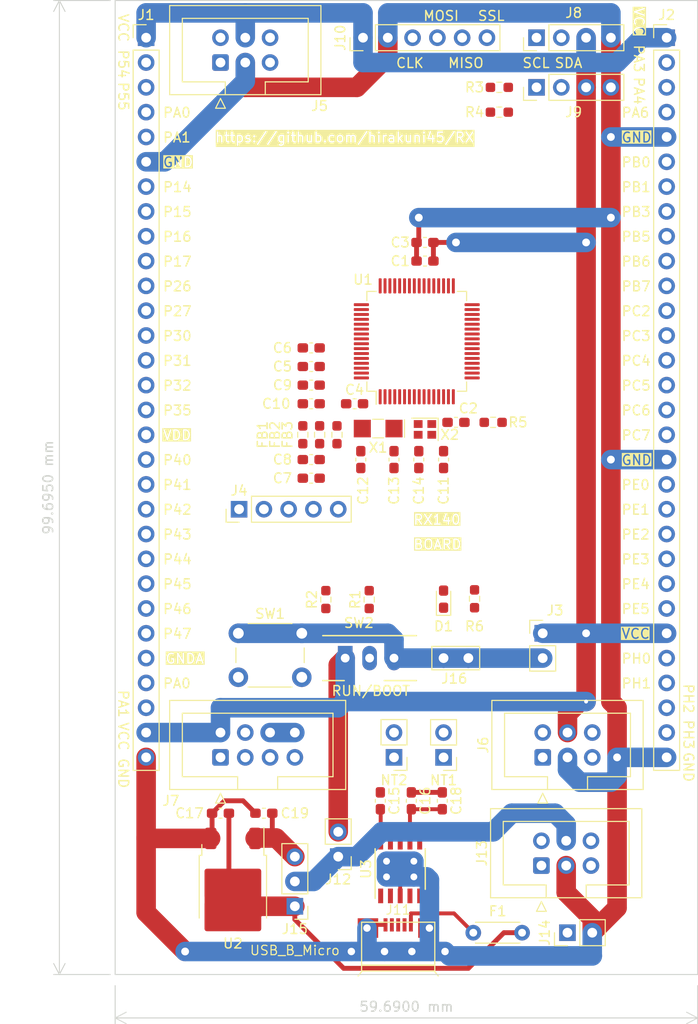
<source format=kicad_pcb>
(kicad_pcb (version 20221018) (generator pcbnew)
  (layers (0 "F.Cu" signal) (31 "B.Cu" signal) (34 "B.Paste" user) (35 "F.Paste" user) (36 "B.SilkS" user "B.Silkscreen") (37 "F.SilkS" user "F.Silkscreen") (38 "B.Mask" user) (39 "F.Mask" user) (44 "Edge.Cuts" user))
  (net 0 "")
  (net 1 "GND")
  (net 2 "VCC")
  (net 3 "Net-(U1B-VCL)")
  (net 4 "VDD")
  (net 5 "GNDA")
  (net 6 "Net-(U1B-VREFH0{slash}PJ6)")
  (net 7 "Net-(U1A-P36{slash}EXTAL)")
  (net 8 "Net-(U1A-PH7{slash}XCIN)")
  (net 9 "Net-(U1A-PH6{slash}XCOUT)")
  (net 10 "Net-(U1A-P37{slash}XTAL)")
  (net 11 "Net-(U3-V3)")
  (net 12 "Net-(J15-Pin_1)")
  (net 13 "Net-(J12-Pin_1)")
  (net 14 "Net-(D1-K)")
  (net 15 "Net-(J11-VBUS)")
  (net 16 "DA0")
  (net 17 "DA1")
  (net 18 "TXD12")
  (net 19 "RXD12")
  (net 20 "{slash}CTS12")
  (net 21 "PE0")
  (net 22 "TXD1")
  (net 23 "RXD1")
  (net 24 "{slash}CTS1")
  (net 25 "{slash}RTS1")
  (net 26 "Net-(J7-Pin_1)")
  (net 27 "Net-(J7-Pin_3)")
  (net 29 "SCL0")
  (net 30 "SDA0")
  (net 31 "RSPCKA")
  (net 32 "MOSIA")
  (net 33 "MISOA")
  (net 34 "SSLA0")
  (net 35 "Net-(J11-D-)")
  (net 36 "Net-(J11-D+)")
  (net 38 "/CH340 Serial USB/RXD")
  (net 39 "/CH340 Serial USB/TXD")
  (net 40 "Net-(J15-Pin_3)")
  (net 41 "Net-(J13-Pin_5)")
  (net 42 "Net-(J13-Pin_6)")
  (net 43 "Net-(J14-Pin_1)")
  (net 44 "Net-(R1-Pad1)")
  (net 45 "NMI")
  (net 46 "LED")
  (net 47 "P32")
  (net 48 "P27")
  (net 49 "PH3")
  (net 50 "PH2")
  (net 51 "PH1")
  (net 52 "PH0")
  (net 53 "P55")
  (net 54 "P54")
  (net 55 "PC3")
  (net 56 "PC2")
  (net 57 "PB7")
  (net 58 "PB6")
  (net 59 "PB5")
  (net 60 "PB3")
  (net 61 "PB1")
  (net 62 "PB0")
  (net 63 "PA6")
  (net 64 "PA4")
  (net 65 "PA3")
  (net 66 "PA1")
  (net 67 "PA0")
  (net 68 "PE5")
  (net 69 "PE4")
  (net 70 "P47")
  (net 71 "P46")
  (net 72 "P45")
  (net 73 "P44")
  (net 74 "P43")
  (net 75 "P42")
  (net 76 "P41")
  (net 77 "P40")
  (footprint "Package_QFP:LQFP-64_10x10mm_P0.5mm" (layer "F.Cu") (at 136.95 109.815 90)
    (fp_text reference "U1")
    (fp_text value "RX140")
  )
  (footprint "Crystal:Crystal_SMD_EuroQuartz_EQ161-2Pin_3.2x1.5mm_HandSoldering" (layer "F.Cu") (at 132.995 118.745 180)
    (fp_text reference "X1")
    (fp_text value "32.768KHz")
  )
  (footprint "TestPoint:TestPoint_Bridge_Pitch2.54mm_Drill1.0mm" (layer "F.Cu") (at 139.7 142.24)
    (fp_text reference "J16")
    (fp_text value "GND")
  )
  (footprint "Connector_PinHeader_2.54mm:PinHeader_1x02_P2.54mm_Vertical" (layer "F.Cu") (at 152.395 170.345 90)
    (fp_text reference "J14")
    (fp_text value "/DTR")
  )
  (footprint "Capacitor_SMD:C_0603_1608Metric_Pad1.08x0.95mm_HandSolder" (layer "F.Cu") (at 140.97 118.11)
    (fp_text reference "C2")
    (fp_text value "0.1uF")
  )
  (footprint "Resistor_SMD:R_0603_1608Metric_Pad0.98x0.95mm_HandSolder" (layer "F.Cu") (at 142.875 136.1675 -90)
    (fp_text reference "R6")
    (fp_text value "1.5K")
  )
  (footprint "Connector_IDC:IDC-Header_2x04_P2.54mm_Vertical" (layer "F.Cu") (at 116.84 152.4 90)
    (fp_text reference "J7")
    (fp_text value "EMU")
  )
  (footprint "Capacitor_SMD:C_0603_1608Metric_Pad1.08x0.95mm_HandSolder" (layer "F.Cu") (at 126.1375 123.825)
    (fp_text reference "C7")
    (fp_text value "0.1uF")
  )
  (footprint "Capacitor_SMD:C_0603_1608Metric_Pad1.08x0.95mm_HandSolder" (layer "F.Cu") (at 116.84 158.115)
    (fp_text reference "C17")
    (fp_text value "0.1uF")
  )
  (footprint "Capacitor_SMD:C_0603_1608Metric_Pad1.08x0.95mm_HandSolder" (layer "F.Cu") (at 137.795 99.695 180)
    (fp_text reference "C3")
    (fp_text value "10uF")
  )
  (footprint "Connector_PinHeader_2.54mm:PinHeader_1x02_P2.54mm_Vertical" (layer "F.Cu") (at 149.86 139.7)
    (fp_text reference "J3")
    (fp_text value "POWER")
  )
  (footprint "Capacitor_SMD:C_0603_1608Metric_Pad1.08x0.95mm_HandSolder" (layer "F.Cu") (at 126.1375 110.49 180)
    (fp_text reference "C6")
    (fp_text value "0.1uF")
  )
  (footprint "Connector_PinHeader_2.54mm:PinHeader_1x02_P2.54mm_Vertical" (layer "F.Cu") (at 134.62 152.4 180)
    (fp_text reference "NT2")
    (fp_text value "TIE_TXD")
  )
  (footprint "Capacitor_SMD:C_0603_1608Metric_Pad1.08x0.95mm_HandSolder" (layer "F.Cu") (at 121.285 158.115)
    (fp_text reference "C19")
    (fp_text value "1uF")
  )
  (footprint "Connector_PinHeader_2.54mm:PinHeader_1x06_P2.54mm_Vertical" (layer "F.Cu") (at 131.445 78.74 90)
    (fp_text reference "J10")
    (fp_text value "RSPI")
  )
  (footprint "Connector_IDC:IDC-Header_2x03_P2.54mm_Vertical" (layer "F.Cu") (at 149.725 163.4775 90)
    (fp_text reference "J13")
    (fp_text value "Serial")
  )
  (footprint "Capacitor_SMD:C_0603_1608Metric_Pad1.08x0.95mm_HandSolder" (layer "F.Cu") (at 134.62 121.92 90)
    (fp_text reference "C13")
    (fp_text value "10pF")
  )
  (footprint "Capacitor_SMD:C_0603_1608Metric_Pad1.08x0.95mm_HandSolder" (layer "F.Cu") (at 139.7 121.92 90)
    (fp_text reference "C11")
    (fp_text value "5pF")
  )
  (footprint "Capacitor_SMD:C_0603_1608Metric_Pad1.08x0.95mm_HandSolder" (layer "F.Cu") (at 137.16 121.92 90)
    (fp_text reference "C14")
    (fp_text value "5pF")
  )
  (footprint "Resistor_SMD:R_0603_1608Metric_Pad0.98x0.95mm_HandSolder" (layer "F.Cu") (at 145.415 83.82)
    (fp_text reference "R3")
    (fp_text value "2K")
  )
  (footprint "Capacitor_SMD:C_0603_1608Metric_Pad1.08x0.95mm_HandSolder" (layer "F.Cu") (at 136.395 156.845 -90)
    (fp_text reference "C16")
    (fp_text value "10uF")
  )
  (footprint "Resistor_SMD:R_0603_1608Metric_Pad0.98x0.95mm_HandSolder" (layer "F.Cu") (at 144.78 118.11)
    (fp_text reference "R5")
    (fp_text value "10K")
  )
  (footprint "Crystal:Crystal_SMD_2016-4Pin_2.0x1.6mm" (layer "F.Cu") (at 137.795 118.83 180)
    (fp_text reference "X2")
    (fp_text value "12MHz")
  )
  (footprint "Resistor_SMD:R_0603_1608Metric_Pad0.98x0.95mm_HandSolder" (layer "F.Cu") (at 127 119.38 -90)
    (fp_text reference "FB2")
    (fp_text value "FB")
  )
  (footprint "Connector_IDC:IDC-Header_2x03_P2.54mm_Vertical" (layer "F.Cu") (at 149.86 152.4 90)
    (fp_text reference "J6")
    (fp_text value "SCI1")
  )
  (footprint "Library:USB_MICRO_B-HIROSE-ZX62R-B-5P" (layer "F.Cu") (at 135.05 173.67)
    (fp_text reference "J11")
    (fp_text value "USB_B_Micro")
  )
  (footprint "Connector_PinHeader_2.54mm:PinHeader_1x03_P2.54mm_Vertical" (layer "F.Cu") (at 124.46 167.64 180)
    (fp_text reference "J15")
    (fp_text value "5/3.3")
  )
  (footprint "LED_SMD:LED_0603_1608Metric_Pad1.05x0.95mm_HandSolder" (layer "F.Cu") (at 139.7 136.205 90)
    (fp_text reference "D1")
    (fp_text value "LED")
  )
  (footprint "Connector_PinHeader_2.54mm:PinHeader_1x02_P2.54mm_Vertical" (layer "F.Cu") (at 139.7 152.405 180)
    (fp_text reference "NT1")
    (fp_text value "TIE_RXD")
  )
  (footprint "Resistor_SMD:R_0603_1608Metric_Pad0.98x0.95mm_HandSolder" (layer "F.Cu") (at 128.778 119.38 -90)
    (fp_text reference "FB3")
    (fp_text value "FB")
  )
  (footprint "Package_TO_SOT_SMD:TO-252-2" (layer "F.Cu") (at 118.11 165.735 -90)
    (fp_text reference "U2")
    (fp_text value "NJU7223DL1-33")
  )
  (footprint "Library:SW_3P_SPDT_Angled" (layer "F.Cu") (at 129.62 142.24)
    (fp_text reference "SW2")
    (fp_text value "RUN/BOOT")
  )
  (footprint "Capacitor_SMD:C_0603_1608Metric_Pad1.08x0.95mm_HandSolder" (layer "F.Cu") (at 130.5825 116.205)
    (fp_text reference "C4")
    (fp_text value "4.7uF")
  )
  (footprint "Capacitor_SMD:C_0603_1608Metric_Pad1.08x0.95mm_HandSolder" (layer "F.Cu") (at 126.1375 121.92)
    (fp_text reference "C8")
    (fp_text value "10uF")
  )
  (footprint "Connector_PinHeader_2.54mm:PinHeader_1x04_P2.54mm_Vertical" (layer "F.Cu") (at 149.225 83.82 90)
    (fp_text reference "J9")
    (fp_text value "I2C-B")
  )
  (footprint "Resistor_SMD:R_0603_1608Metric_Pad0.98x0.95mm_HandSolder" (layer "F.Cu") (at 125.275 119.38 90)
    (fp_text reference "FB1")
    (fp_text value "FB")
  )
  (footprint "Capacitor_SMD:C_0603_1608Metric_Pad1.08x0.95mm_HandSolder" (layer "F.Cu") (at 139.57 156.845 -90)
    (fp_text reference "C18")
    (fp_text value "0.1uF")
  )
  (footprint "Capacitor_SMD:C_0603_1608Metric_Pad1.08x0.95mm_HandSolder" (layer "F.Cu") (at 137.795 101.6)
    (fp_text reference "C1")
    (fp_text value "0.1uF")
  )
  (footprint "Resistor_SMD:R_0603_1608Metric_Pad0.98x0.95mm_HandSolder" (layer "F.Cu") (at 132.08 136.2475 90)
    (fp_text reference "R1")
    (fp_text value "10K")
  )
  (footprint "Library:SSOP-10_3.9x4.9mm_P1.00mm" (layer "F.Cu") (at 135.255 163.83 90)
    (fp_text reference "U3")
    (fp_text value "CH340K")
  )
  (footprint "Resistor_SMD:R_0603_1608Metric_Pad0.98x0.95mm_HandSolder" (layer "F.Cu") (at 145.415 86.36)
    (fp_text reference "R4")
    (fp_text value "2K")
  )
  (footprint "Connector_PinHeader_2.54mm:PinHeader_1x05_P2.54mm_Vertical" (layer "F.Cu") (at 118.745 127 90)
    (fp_text reference "J4")
    (fp_text value "D/A")
  )
  (footprint "Capacitor_THT:C_Disc_D4.3mm_W1.9mm_P5.00mm" (layer "F.Cu") (at 142.745 170.345)
    (fp_text reference "F1")
    (fp_text value "MF-R050")
  )
  (footprint "Resistor_SMD:R_0603_1608Metric_Pad0.98x0.95mm_HandSolder" (layer "F.Cu") (at 127.635 136.2475 90)
    (fp_text reference "R2")
    (fp_text value "10K")
  )
  (footprint "Connector_PinHeader_2.54mm:PinHeader_1x30_P2.54mm_Vertical" (layer "F.Cu") (at 109.22 78.74)
    (fp_text reference "J1")
    (fp_text value "PIN-A")
  )
  (footprint "Connector_PinHeader_2.54mm:PinHeader_1x30_P2.54mm_Vertical" (layer "F.Cu") (at 162.56 78.74)
    (fp_text reference "J2")
    (fp_text value "PIN-B")
  )
  (footprint "Button_Switch_THT:SW_PUSH_6mm" (layer "F.Cu") (at 118.67 139.7)
    (fp_text reference "SW1")
    (fp_text value "RES")
  )
  (footprint "Capacitor_SMD:C_0603_1608Metric_Pad1.08x0.95mm_HandSolder" (layer "F.Cu") (at 131.2175 121.92 90)
    (fp_text reference "C12")
    (fp_text value "10pF")
  )
  (footprint "Capacitor_SMD:C_0603_1608Metric_Pad1.08x0.95mm_HandSolder" (layer "F.Cu") (at 126.1375 116.205)
    (fp_text reference "C10")
    (fp_text value "0.1uF")
  )
  (footprint "Connector_PinHeader_2.54mm:PinHeader_1x04_P2.54mm_Vertical" (layer "F.Cu") (at 149.225 78.74 90)
    (fp_text reference "J8")
    (fp_text value "I2C-A")
  )
  (footprint "Connector_IDC:IDC-Header_2x03_P2.54mm_Vertical" (layer "F.Cu") (at 116.84 81.28 90)
    (fp_text reference "J5")
    (fp_text value "SCI12")
  )
  (footprint "Capacitor_SMD:C_0603_1608Metric_Pad1.08x0.95mm_HandSolder" (layer "F.Cu") (at 126.1375 114.3)
    (fp_text reference "C9")
    (fp_text value "0.01uF")
  )
  (footprint "Capacitor_SMD:C_0603_1608Metric_Pad1.08x0.95mm_HandSolder" (layer "F.Cu") (at 133.22 156.845 -90)
    (fp_text reference "C15")
    (fp_text value "0.1uF")
  )
  (footprint "Capacitor_SMD:C_0603_1608Metric_Pad1.08x0.95mm_HandSolder" (layer "F.Cu") (at 126.1375 112.395 180)
    (fp_text reference "C5")
    (fp_text value "0.01uF")
  )
  (footprint "Connector_PinHeader_2.54mm:PinHeader_1x02_P2.54mm_Vertical" (layer "F.Cu") (at 128.905 162.56 180)
    (fp_text reference "J12")
    (fp_text value "3.3V_CON")
  )
  (gr_line (start 165.735 74.93) (end 165.735 174.625) (stroke (width 0.1)) (layer "Edge.Cuts"))
  (gr_line (start 165.735 174.625) (end 106.045 174.625) (stroke (width 0.1)) (layer "Edge.Cuts"))
  (gr_line (start 106.045 74.93) (end 165.735 74.93) (stroke (width 0.1)) (layer "Edge.Cuts"))
  (gr_line (start 106.045 174.625) (end 106.045 74.93) (stroke (width 0.1)) (layer "Edge.Cuts"))
  (gr_text "P30" (at 110.871 109.855) (layer "F.SilkS") (effects (font (size 1 1)) (justify left bottom)))
  (gr_text "P47" (at 110.871 140.335) (layer "F.SilkS") (effects (font (size 1 1)) (justify left bottom)))
  (gr_text "P14" (at 110.871 94.615) (layer "F.SilkS") (effects (font (size 1 1)) (justify left bottom)))
  (gr_text "PE2" (at 157.861 130.175) (layer "F.SilkS") (effects (font (size 1 1)) (justify left bottom)))
  (gr_text "P40" (at 110.871 122.555) (layer "F.SilkS") (effects (font (size 1 1)) (justify left bottom)))
  (gr_text "PA3" (at 159.131 79.375 -90) (layer "F.SilkS") (effects (font (size 1 1)) (justify left bottom)))
  (gr_text "MISO" (at 140.081 81.915) (layer "F.SilkS") (effects (font (size 1 1)) (justify left bottom)))
  (gr_text "PE0" (at 157.861 125.095) (layer "F.SilkS") (effects (font (size 1 1)) (justify left bottom)))
  (gr_text "CLK" (at 134.747 81.915) (layer "F.SilkS") (effects (font (size 1 1)) (justify left bottom)))
  (gr_text "P54" (at 106.299 79.883 270) (layer "F.SilkS") (effects (font (size 1 1)) (justify left bottom)))
  (gr_text "PE4" (at 157.861 135.255) (layer "F.SilkS") (effects (font (size 1 1)) (justify left bottom)))
  (gr_text "PE1" (at 157.861 127.635) (layer "F.SilkS") (effects (font (size 1 1)) (justify left bottom)))
  (gr_text "P45" (at 110.871 135.255) (layer "F.SilkS") (effects (font (size 1 1)) (justify left bottom)))
  (gr_text "P27" (at 110.871 107.315) (layer "F.SilkS") (effects (font (size 1 1)) (justify left bottom)))
  (gr_text "P44" (at 110.871 132.715) (layer "F.SilkS") (effects (font (size 1 1)) (justify left bottom)))
  (gr_text "PA0" (at 110.871 145.415) (layer "F.SilkS") (effects (font (size 1 1)) (justify left bottom)))
  (gr_text "P26" (at 110.871 104.775) (layer "F.SilkS") (effects (font (size 1 1)) (justify left bottom)))
  (gr_text "GND" (at 164.211 151.765 -90) (layer "F.SilkS") (effects (font (size 1 1)) (justify left bottom)))
  (gr_text "PH2" (at 164.211 144.78 -90) (layer "F.SilkS") (effects (font (size 1 1)) (justify left bottom)))
  (gr_text "PH1" (at 157.861 145.415) (layer "F.SilkS") (effects (font (size 1 1)) (justify left bottom)))
  (gr_text "PB3" (at 157.861 97.155) (layer "F.SilkS") (effects (font (size 1 1)) (justify left bottom)))
  (gr_text "PC2" (at 157.861 107.315) (layer "F.SilkS") (effects (font (size 1 1)) (justify left bottom)))
  (gr_text "PC4" (at 157.861 112.395) (layer "F.SilkS") (effects (font (size 1 1)) (justify left bottom)))
  (gr_text "P16" (at 110.871 99.695) (layer "F.SilkS") (effects (font (size 1 1)) (justify left bottom)))
  (gr_text "P15" (at 110.871 97.155) (layer "F.SilkS") (effects (font (size 1 1)) (justify left bottom)))
  (gr_text "SSL" (at 143.129 77.089) (layer "F.SilkS") (effects (font (size 1 1)) (justify left bottom)))
  (gr_text "P42" (at 110.871 127.635) (layer "F.SilkS") (effects (font (size 1 1)) (justify left bottom)))
  (gr_text "PB6" (at 157.861 102.235) (layer "F.SilkS") (effects (font (size 1 1)) (justify left bottom)))
  (gr_text "P41" (at 110.871 125.095) (layer "F.SilkS") (effects (font (size 1 1)) (justify left bottom)))
  (gr_text "PA0" (at 110.871 86.995) (layer "F.SilkS") (effects (font (size 1 1)) (justify left bottom)))
  (gr_text "P46" (at 110.871 137.795) (layer "F.SilkS") (effects (font (size 1 1)) (justify left bottom)))
  (gr_text "P43" (at 110.871 130.175) (layer "F.SilkS") (effects (font (size 1 1)) (justify left bottom)))
  (gr_text "PH3" (at 164.211 148.463 -90) (layer "F.SilkS") (effects (font (size 1 1)) (justify left bottom)))
  (gr_text "P31" (at 110.871 112.395) (layer "F.SilkS") (effects (font (size 1 1)) (justify left bottom)))
  (gr_text "PH0" (at 157.861 142.875) (layer "F.SilkS") (effects (font (size 1 1)) (justify left bottom)))
  (gr_text "GND" (at 110.871 92.075) (layer "F.SilkS" knockout) (effects (font (size 1 1)) (justify left bottom)))
  (gr_text "SCL" (at 147.701 81.915) (layer "F.SilkS") (effects (font (size 1 1)) (justify left bottom)))
  (gr_text "VCC" (at 106.299 148.717 -90) (layer "F.SilkS") (effects (font (size 1 1)) (justify left bottom)))
  (gr_text "PA1" (at 106.299 145.415 -90) (layer "F.SilkS") (effects (font (size 1 1)) (justify left bottom)))
  (gr_text "PA6" (at 157.861 86.995) (layer "F.SilkS") (effects (font (size 1 1)) (justify left bottom)))
  (gr_text "PC3" (at 157.861 109.855) (layer "F.SilkS") (effects (font (size 1 1)) (justify left bottom)))
  (gr_text "PB5" (at 157.861 99.695) (layer "F.SilkS") (effects (font (size 1 1)) (justify left bottom)))
  (gr_text "GND" (at 157.861 122.555) (layer "F.SilkS" knockout) (effects (font (size 1 1)) (justify left bottom)))
  (gr_text "GND" (at 157.861 89.535) (layer "F.SilkS" knockout) (effects (font (size 1 1)) (justify left bottom)))
  (gr_text "VCC" (at 157.861 140.335) (layer "F.SilkS" knockout) (effects (font (size 1 1)) (justify left bottom)))
  (gr_text "PA1" (at 110.871 89.535) (layer "F.SilkS") (effects (font (size 1 1)) (justify left bottom)))
  (gr_text "https://github.com/hirakuni45/RX" (at 116.205 89.535) (layer "F.SilkS" knockout) (effects (font (size 1 1)) (justify left bottom)))
  (gr_text "VCC" (at 106.299 76.2 -90) (layer "F.SilkS") (effects (font (size 1 1)) (justify left bottom)))
  (gr_text "PC5" (at 157.861 114.935) (layer "F.SilkS") (effects (font (size 1 1)) (justify left bottom)))
  (gr_text "P35" (at 110.871 117.475) (layer "F.SilkS") (effects (font (size 1 1)) (justify left bottom)))
  (gr_text "PE3" (at 157.861 132.715) (layer "F.SilkS") (effects (font (size 1 1)) (justify left bottom)))
  (gr_text "GNDA" (at 111.125 142.875) (layer "F.SilkS" knockout) (effects (font (size 1 1)) (justify left bottom)))
  (gr_text "SDA" (at 151.003 81.915) (layer "F.SilkS") (effects (font (size 1 1)) (justify left bottom)))
  (gr_text "VDD" (at 110.871 120.015) (layer "F.SilkS" knockout) (effects (font (size 1 1)) (justify left bottom)))
  (gr_text "PB0" (at 157.861 92.075) (layer "F.SilkS") (effects (font (size 1 1)) (justify left bottom)))
  (gr_text "GND" (at 106.299 152.4 -90) (layer "F.SilkS") (effects (font (size 1 1)) (justify left bottom)))
  (gr_text "RX140" (at 136.525 128.651) (layer "F.SilkS" knockout) (effects (font (size 1 1)) (justify left bottom)))
  (gr_text "P32" (at 110.871 114.935) (layer "F.SilkS") (effects (font (size 1 1)) (justify left bottom)))
  (gr_text "VCC" (at 159.131 75.565 270) (layer "F.SilkS" knockout) (effects (font (size 1 1)) (justify left bottom)))
  (gr_text "P17" (at 110.871 102.235) (layer "F.SilkS") (effects (font (size 1 1)) (justify left bottom)))
  (gr_text "PB1" (at 157.861 94.615) (layer "F.SilkS") (effects (font (size 1 1)) (justify left bottom)))
  (gr_text "PE5" (at 157.861 137.795) (layer "F.SilkS") (effects (font (size 1 1)) (justify left bottom)))
  (gr_text "PC6" (at 157.861 117.475) (layer "F.SilkS") (effects (font (size 1 1)) (justify left bottom)))
  (gr_text "PB7" (at 157.861 104.775) (layer "F.SilkS") (effects (font (size 1 1)) (justify left bottom)))
  (gr_text "RUN/BOOT" (at 128.143 146.177) (layer "F.SilkS") (effects (font (size 1 1)) (justify left bottom)))
  (gr_text "PC7" (at 157.861 120.015) (layer "F.SilkS") (effects (font (size 1 1)) (justify left bottom)))
  (gr_text "P55" (at 106.299 83.185 270) (layer "F.SilkS") (effects (font (size 1 1)) (justify left bottom)))
  (gr_text "PA4" (at 159.131 82.677 -90) (layer "F.SilkS") (effects (font (size 1 1)) (justify left bottom)))
  (gr_text "MOSI" (at 137.541 77.089) (layer "F.SilkS") (effects (font (size 1 1)) (justify left bottom)))
  (gr_text "BOARD" (at 136.525 131.191) (layer "F.SilkS" knockout) (effects (font (size 1 1)) (justify left bottom)))
  (dimension (type aligned) (layer "Edge.Cuts") (pts (xy 106.045 174.625) (xy 106.045 74.93)) (height -5.715) (gr_text "99.6950 mm" (at 99.18 124.7775 90) (layer "Edge.Cuts") (effects (font (size 1 1) (thickness 0.15)))) (format (prefix "") (suffix "") (units 3) (units_format 1) (precision 4)) (style (thickness 0.1) (arrow_length 1.27) (text_position_mode 0) (extension_height 0.58642) (extension_offset 0.5) keep_text_aligned))
  (dimension (type aligned) (layer "Edge.Cuts") (pts (xy 106.045 175.26) (xy 165.735 175.26)) (height 3.81) (gr_text "59.6900 mm" (at 135.89 177.92) (layer "Edge.Cuts") (effects (font (size 1 1) (thickness 0.15)))) (format (prefix "") (suffix "") (units 3) (units_format 1) (precision 4)) (style (thickness 0.1) (arrow_length 1.27) (text_position_mode 0) (extension_height 0.58642) (extension_offset 0.5) keep_text_aligned))
  (segment (start 154.935 170.345) (end 154.935 168.905) (width 2) (layer "F.Cu") (net 1))
  (segment (start 109.22 160.655) (end 109.22 152.4) (width 2) (layer "F.Cu") (net 1))
  (segment (start 132.275 169.545) (end 131.95 169.87) (width 0.5) (layer "F.Cu") (net 1))
  (segment (start 156.845 78.74) (end 156.845 83.82) (width 2) (layer "F.Cu") (net 1))
  (segment (start 117.2475 156.845) (end 115.9775 158.115) (width 0.5) (layer "F.Cu") (net 1))
  (segment (start 156.845 146.685) (end 157.48 147.32) (width 2) (layer "F.Cu") (net 1))
  (segment (start 135.255 166.58) (end 135.255 163.83) (width 0.4) (layer "F.Cu") (net 1))
  (segment (start 119.1525 156.845) (end 117.2475 156.845) (width 0.5) (layer "F.Cu") (net 1))
  (segment (start 115.9775 158.115) (end 115.9775 160.5475) (width 0.5) (layer "F.Cu") (net 1))
  (segment (start 109.22 168.275) (end 109.22 160.655) (width 2) (layer "F.Cu") (net 1))
  (segment (start 120.4225 158.115) (end 119.1525 156.845) (width 0.5) (layer "F.Cu") (net 1))
  (segment (start 132.175 169.545) (end 131.85 169.87) (width 0.4) (layer "F.Cu") (net 1))
  (segment (start 133.985 80.645) (end 130.81 83.82) (width 2) (layer "F.Cu") (net 1))
  (segment (start 109.26 160.695) (end 109.22 160.655) (width 2) (layer "F.Cu") (net 1))
  (segment (start 156.845 83.82) (end 156.845 146.685) (width 2) (layer "F.Cu") (net 1))
  (segment (start 119.38 83.82) (end 119.38 81.28) (width 2) (layer "F.Cu") (net 1))
  (segment (start 157.48 147.32) (end 157.48 167.8) (width 2) (layer "F.Cu") (net 1))
  (segment (start 157.48 167.8) (end 154.935 170.345) (width 2) (layer "F.Cu") (net 1))
  (segment (start 130.81 83.82) (end 119.38 83.82) (width 2) (layer "F.Cu") (net 1))
  (segment (start 154.935 168.905) (end 152.265 166.235) (width 2) (layer "F.Cu") (net 1))
  (segment (start 152.265 166.235) (end 152.265 163.4775) (width 2) (layer "F.Cu") (net 1))
  (segment (start 137.16 99.4675) (end 136.9325 99.695) (width 0.5) (layer "F.Cu") (net 1))
  (segment (start 133.985 78.74) (end 133.985 80.645) (width 2) (layer "F.Cu") (net 1))
  (segment (start 115.9775 160.5475) (end 115.83 160.695) (width 0.5) (layer "F.Cu") (net 1))
  (segment (start 133.75 169.545) (end 132.175 169.545) (width 0.4) (layer "F.Cu") (net 1))
  (segment (start 137.16 97.155) (end 137.16 99.4675) (width 0.5) (layer "F.Cu") (net 1))
  (segment (start 113.215 172.27) (end 109.22 168.275) (width 2) (layer "F.Cu") (net 1))
  (segment (start 115.83 160.695) (end 109.26 160.695) (width 2) (layer "F.Cu") (net 1))
  (segment (start 136.395 155.9825) (end 139.57 155.9825) (width 0.5) (layer "F.Cu") (net 1))
  (segment (start 136.9325 99.695) (end 136.9325 101.6) (width 0.5) (layer "F.Cu") (net 1))
  (via (at 113.215 172.27) (size 1.6) (drill 0.8) (layers "F.Cu" "B.Cu") (net 1))
  (via (at 156.845 97.155) (size 1.6) (drill 0.8) (layers "F.Cu" "B.Cu") (net 1))
  (via (at 156.845 88.9) (size 1.6) (drill 0.8) (layers "F.Cu" "B.Cu") (net 1))
  (via (at 156.845 121.92) (size 1.6) (drill 0.8) (layers "F.Cu" "B.Cu") (net 1))
  (via (at 137.16 97.155) (size 1.6) (drill 0.8) (layers "F.Cu" "B.Cu") (net 1))
  (via (at 157.48 152.4) (size 1.6) (drill 0.8) (layers "F.Cu" "B.Cu") (net 1))
  (segment (start 140.3 172.72) (end 154.94 172.72) (width 2) (layer "B.Cu") (net 1))
  (segment (start 133.985 139.7) (end 134.62 140.335) (width 2) (layer "B.Cu") (net 1))
  (segment (start 119.38 83.185) (end 111.125 91.44) (width 2) (layer "B.Cu") (net 1))
  (segment (start 125.17 139.7) (end 133.985 139.7) (width 2) (layer "B.Cu") (net 1))
  (segment (start 131.445 172.27) (end 130.25 172.27) (width 2) (layer "B.Cu") (net 1))
  (segment (start 133.855 164.63) (end 136.655 164.63) (width 2) (layer "B.Cu") (net 1))
  (segment (start 156.845 76.2) (end 133.985 76.2) (width 2) (layer "B.Cu") (net 1))
  (segment (start 152.4 152.4) (end 152.4 153.67) (width 2) (layer "B.Cu") (net 1))
  (segment (start 130.25 172.27) (end 113.215 172.27) (width 2) (layer "B.Cu") (net 1))
  (segment (start 139.85 172.27) (end 138.43 172.27) (width 2) (layer "B.Cu") (net 1))
  (segment (start 136.655 164.63) (end 137.96 164.63) (width 2) (layer "B.Cu") (net 1))
  (segment (start 154.94 172.72) (end 154.935 172.715) (width 2) (layer "B.Cu") (net 1))
  (segment (start 119.38 81.28) (end 119.38 83.185) (width 2) (layer "B.Cu") (net 1))
  (segment (start 133.65 172.27) (end 131.445 172.27) (width 2) (layer "B.Cu") (net 1))
  (segment (start 138.25 172.09) (end 138.43 172.27) (width 2) (layer "B.Cu") (net 1))
  (segment (start 142.24 142.24) (end 139.7 142.24) (width 2) (layer "B.Cu") (net 1))
  (segment (start 156.845 97.155) (end 137.16 97.155) (width 2) (layer "B.Cu") (net 1))
  (segment (start 139.85 172.27) (end 140.3 172.72) (width 2) (layer "B.Cu") (net 1))
  (segment (start 153.67 154.94) (end 156.845 154.94) (width 2) (layer "B.Cu") (net 1))
  (segment (start 136.45 172.27) (end 133.65 172.27) (width 2) (layer "B.Cu") (net 1))
  (segment (start 162.56 121.92) (end 156.845 121.92) (width 2) (layer "B.Cu") (net 1))
  (segment (start 133.985 76.2) (end 133.985 78.74) (width 2) (layer "B.Cu") (net 1))
  (segment (start 156.845 154.94) (end 157.48 154.305) (width 2) (layer "B.Cu") (net 1))
  (segment (start 154.935 172.715) (end 154.935 170.345) (width 2) (layer "B.Cu") (net 1))
  (segment (start 162.56 88.9) (end 156.845 88.9) (width 2) (layer "B.Cu") (net 1))
  (segment (start 131.85 169.87) (end 131.85 171.865) (width 2) (layer "B.Cu") (net 1))
  (segment (start 138.25 165.735) (end 138.25 169.87) (width 2) (layer "B.Cu") (net 1))
  (segment (start 131.85 171.865) (end 131.445 172.27) (width 2) (layer "B.Cu") (net 1))
  (segment (start 133.855 164.63) (end 133.855 163.03) (width 2) (layer "B.Cu") (net 1))
  (segment (start 137.96 164.63) (end 138.25 164.92) (width 2) (layer "B.Cu") (net 1))
  (segment (start 162.56 152.4) (end 157.48 152.4) (width 2) (layer "B.Cu") (net 1))
  (segment (start 136.655 164.63) (end 136.655 163.03) (width 2) (layer "B.Cu") (net 1))
  (segment (start 118.67 139.7) (end 125.17 139.7) (width 2) (layer "B.Cu") (net 1))
  (segment (start 111.125 91.44) (end 109.22 91.44) (width 2) (layer "B.Cu") (net 1))
  (segment (start 133.855 163.03) (end 136.655 163.03) (width 2) (layer "B.Cu") (net 1))
  (segment (start 138.43 172.27) (end 136.45 172.27) (width 2) (layer "B.Cu") (net 1))
  (segment (start 156.845 78.74) (end 156.845 76.2) (width 2) (layer "B.Cu") (net 1))
  (segment (start 138.25 164.92) (end 138.25 165.735) (width 2) (layer "B.Cu") (net 1))
  (segment (start 124.46 149.86) (end 121.92 149.86) (width 2) (layer "B.Cu") (net 1))
  (segment (start 139.7 142.24) (end 134.62 142.24) (width 2) (layer "B.Cu") (net 1))
  (segment (start 142.24 142.24) (end 149.86 142.24) (width 2) (layer "B.Cu") (net 1))
  (segment (start 152.4 153.67) (end 153.67 154.94) (width 2) (layer "B.Cu") (net 1))
  (segment (start 157.48 154.305) (end 157.48 152.4) (width 2) (layer "B.Cu") (net 1))
  (segment (start 138.25 169.87) (end 138.25 172.09) (width 2) (layer "B.Cu") (net 1))
  (segment (start 134.62 140.335) (end 134.62 142.24) (width 2) (layer "B.Cu") (net 1))
  (segment (start 128.905 142.955) (end 129.62 142.24) (width 2) (layer "F.Cu") (net 2))
  (segment (start 153.67 146.685) (end 152.4 147.955) (width 2) (layer "F.Cu") (net 2))
  (segment (start 154.305 83.82) (end 154.305 146.685) (width 2) (layer "F.Cu") (net 2))
  (segment (start 138.6575 99.695) (end 138.6575 101.6) (width 0.5) (layer "F.Cu") (net 2))
  (segment (start 128.905 160.02) (end 128.905 142.955) (width 2) (layer "F.Cu") (net 2))
  (segment (start 154.305 78.74) (end 154.305 83.82) (width 2) (layer "F.Cu") (net 2))
  (segment (start 152.4 147.955) (end 152.4 149.86) (width 2) (layer "F.Cu") (net 2))
  (segment (start 154.305 146.685) (end 153.67 146.685) (width 2) (layer "F.Cu") (net 2))
  (segment (start 138.6575 99.695) (end 140.97 99.695) (width 0.5) (layer "F.Cu") (net 2))
  (via (at 140.97 99.695) (size 1.6) (drill 0.8) (layers "F.Cu" "B.Cu") (net 2))
  (via (at 154.305 146.685) (size 0.8) (drill 0.4) (layers "F.Cu" "B.Cu") (net 2))
  (via (at 154.305 99.695) (size 1.6) (drill 0.8) (layers "F.Cu" "B.Cu") (net 2))
  (via (at 154.305 139.7) (size 1.6) (drill 0.8) (layers "F.Cu" "B.Cu") (net 2))
  (segment (start 116.84 147.32) (end 116.84 149.86) (width 2) (layer "B.Cu") (net 2))
  (segment (start 129.62 146.605) (end 129.62 142.24) (width 2) (layer "B.Cu") (net 2))
  (segment (start 154.305 99.695) (end 140.97 99.695) (width 2) (layer "B.Cu") (net 2))
  (segment (start 154.305 81.28) (end 154.305 78.74) (width 2) (layer "B.Cu") (net 2))
  (segment (start 116.84 149.86) (end 109.22 149.86) (width 2) (layer "B.Cu") (net 2))
  (segment (start 157.48 81.28) (end 154.305 81.28) (width 2) (layer "B.Cu") (net 2))
  (segment (start 162.56 78.74) (end 160.02 78.74) (width 2) (layer "B.Cu") (net 2))
  (segment (start 119.38 78.74) (end 119.38 76.2) (width 2) (layer "B.Cu") (net 2))
  (segment (start 154.305 139.7) (end 149.86 139.7) (width 2) (layer "B.Cu") (net 2))
  (segment (start 128.905 147.32) (end 116.84 147.32) (width 2) (layer "B.Cu") (net 2))
  (segment (start 119.38 76.2) (end 109.22 76.2) (width 2) (layer "B.Cu") (net 2))
  (segment (start 131.445 78.74) (end 131.445 76.2) (width 2) (layer "B.Cu") (net 2))
  (segment (start 131.445 81.28) (end 131.445 78.74) (width 2) (layer "B.Cu") (net 2))
  (segment (start 160.02 78.74) (end 157.48 81.28) (width 2) (layer "B.Cu") (net 2))
  (segment (start 154.305 81.28) (end 131.445 81.28) (width 2) (layer "B.Cu") (net 2))
  (segment (start 131.445 76.2) (end 119.38 76.2) (width 2) (layer "B.Cu") (net 2))
  (segment (start 109.22 76.2) (end 109.22 78.74) (width 2) (layer "B.Cu") (net 2))
  (segment (start 129.54 146.685) (end 129.62 146.605) (width 2) (layer "B.Cu") (net 2))
  (segment (start 162.56 139.7) (end 154.305 139.7) (width 2) (layer "B.Cu") (net 2))
  (segment (start 129.62 146.605) (end 128.905 147.32) (width 2) (layer "B.Cu") (net 2))
  (segment (start 154.305 146.685) (end 129.54 146.685) (width 2) (layer "B.Cu") (net 2))
  (segment (start 133.255 157.7425) (end 133.22 157.7075) (width 0.4) (layer "F.Cu") (net 11))
  (segment (start 133.255 161.08) (end 133.255 157.7425) (width 0.4) (layer "F.Cu") (net 11))
  (segment (start 117.7025 158.115) (end 117.7025 164.2025) (width 0.5) (layer "F.Cu") (net 12))
  (segment (start 136.395 157.7075) (end 139.57 157.7075) (width 0.4) (layer "F.Cu") (net 12))
  (segment (start 147.745 170.345) (end 145.885 170.345) (width 0.5) (layer "F.Cu") (net 12))
  (segment (start 129.46 173.99) (end 124.46 168.99) (width 0.5) (layer "F.Cu") (net 12))
  (segment (start 124.46 168.99) (end 124.46 167.64) (width 0.5) (layer "F.Cu") (net 12))
  (segment (start 136.255 161.08) (end 136.255 157.8475) (width 0.4) (layer "F.Cu") (net 12))
  (segment (start 120.665 167.64) (end 119.635 168.67) (width 2) (layer "F.Cu") (net 12))
  (segment (start 117.7025 164.2025) (end 116.585 165.32) (width 0.5) (layer "F.Cu") (net 12))
  (segment (start 142.24 173.99) (end 129.46 173.99) (width 0.5) (layer "F.Cu") (net 12))
  (segment (start 145.885 170.345) (end 142.24 173.99) (width 0.5) (layer "F.Cu") (net 12))
  (segment (start 124.46 167.64) (end 120.665 167.64) (width 2) (layer "F.Cu") (net 12))
  (segment (start 136.255 157.8475) (end 136.395 157.7075) (width 0.4) (layer "F.Cu") (net 12))
  (segment (start 151.13 158.115) (end 152.265 159.25) (width 2) (layer "B.Cu") (net 13))
  (segment (start 128.905 162.56) (end 130.81 162.56) (width 2) (layer "B.Cu") (net 13))
  (segment (start 144.78 160.02) (end 146.685 158.115) (width 2) (layer "B.Cu") (net 13))
  (segment (start 130.81 162.56) (end 133.35 160.02) (width 2) (layer "B.Cu") (net 13))
  (segment (start 126.365 165.1) (end 124.46 165.1) (width 2) (layer "B.Cu") (net 13))
  (segment (start 133.35 160.02) (end 144.78 160.02) (width 2) (layer "B.Cu") (net 13))
  (segment (start 152.265 159.25) (end 152.265 160.9375) (width 2) (layer "B.Cu") (net 13))
  (segment (start 146.685 158.115) (end 151.13 158.115) (width 2) (layer "B.Cu") (net 13))
  (segment (start 128.905 162.56) (end 126.365 165.1) (width 2) (layer "B.Cu") (net 13))
  (segment (start 136.35 169.545) (end 136.35 168.37) (width 0.4) (layer "F.Cu") (net 15))
  (segment (start 140.77 168.37) (end 142.745 170.345) (width 0.4) (layer "F.Cu") (net 15))
  (segment (start 136.35 168.37) (end 140.77 168.37) (width 0.4) (layer "F.Cu") (net 15))
  (segment (start 122.555 160.655) (end 120.43 160.655) (width 2) (layer "F.Cu") (net 40))
  (segment (start 122.1475 160.2475) (end 122.555 160.655) (width 0.5) (layer "F.Cu") (net 40))
  (segment (start 124.46 162.56) (end 122.555 160.655) (width 2) (layer "F.Cu") (net 40))
  (segment (start 120.43 160.655) (end 120.39 160.695) (width 2) (layer "F.Cu") (net 40))
  (segment (start 122.1475 158.115) (end 122.1475 160.2475) (width 0.5) (layer "F.Cu") (net 40))
)
</source>
